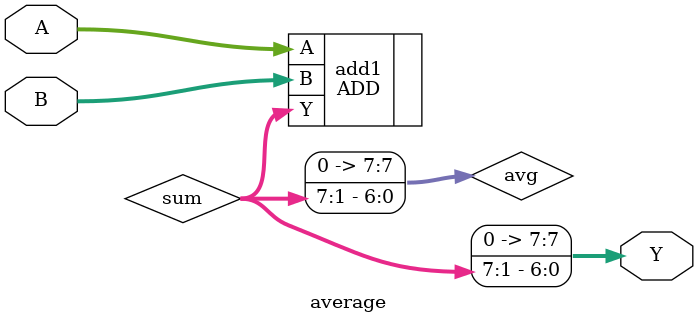
<source format=v>
module average(input [3:0] A, input [3:0] B, output [7:0] Y);
    wire [7:0] sum;
    wire [7:0] avg;
    ADD add1 (.A(A), .B(B), .Y(sum));  // instantiate the addition module
    assign avg = sum >> 1;  // right shift by 1 = divide by 2  
    assign Y = avg;
endmodule

</source>
